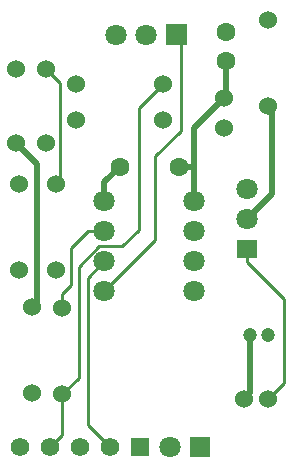
<source format=gtl>
G04 Layer: TopLayer*
G04 EasyEDA v6.4.31, 2022-01-29 23:58:21*
G04 f8a1f9972e504da7969cdc8d593e69ee,00a5ad12733442db97615573759eb5db,10*
G04 Gerber Generator version 0.2*
G04 Scale: 100 percent, Rotated: No, Reflected: No *
G04 Dimensions in millimeters *
G04 leading zeros omitted , absolute positions ,4 integer and 5 decimal *
%FSLAX45Y45*%
%MOMM*%

%ADD10C,0.2540*%
%ADD11C,0.5000*%
%ADD12C,1.6000*%
%ADD13C,1.8000*%
%ADD14R,1.8000X1.5748*%
%ADD15C,1.5240*%
%ADD16C,1.5748*%
%ADD17R,1.5748X1.5748*%
%ADD18R,1.8000X1.8000*%
%ADD19C,1.2000*%

%LPD*%
D10*
X558800Y676402D02*
G01*
X698500Y816102D01*
X698500Y1758187D01*
X870712Y1930400D01*
X1066800Y1930400D01*
X1205992Y2069592D01*
X1205992Y3101594D01*
X1406397Y3302000D01*
X914400Y2057400D02*
G01*
X774700Y2057400D01*
X635000Y1917700D01*
X635000Y1600200D01*
X558800Y1524000D01*
X558800Y1406397D01*
X965200Y228600D02*
G01*
X774700Y419100D01*
X774700Y1663700D01*
X914400Y1803400D01*
D11*
X304800Y1419097D02*
G01*
X342900Y1457197D01*
X342900Y2628900D01*
X165100Y2806700D01*
X2298700Y3114802D02*
G01*
X2336800Y3114802D01*
X2336800Y2374900D01*
X2120900Y2159000D01*
D10*
X1524000Y3721100D02*
G01*
X1562100Y3721100D01*
X1562100Y2908300D01*
X1346200Y2692400D01*
X1346200Y1981200D01*
X914400Y1549400D01*
X2297175Y635000D02*
G01*
X2438400Y776223D01*
X2438400Y1480565D01*
X2120900Y1798065D01*
X508000Y2460497D02*
G01*
X533933Y2486431D01*
X533933Y3314166D01*
X419100Y3429000D01*
X457200Y228600D02*
G01*
X558800Y330200D01*
X558800Y676376D01*
D11*
X2097024Y635000D02*
G01*
X2147493Y685469D01*
X2147493Y1181100D01*
X1930400Y3187700D02*
G01*
X1943100Y3200400D01*
X1943100Y3494506D01*
X1545412Y2603500D02*
G01*
X1676400Y2603500D01*
X1676400Y2311400D02*
G01*
X1676400Y2603500D01*
X1676400Y2603500D02*
G01*
X1676400Y2933700D01*
X1930400Y3187700D01*
D10*
X2120900Y1905000D02*
G01*
X2120900Y1798142D01*
D11*
X1045413Y2603500D02*
G01*
X914400Y2472486D01*
X914400Y2311400D01*
D12*
G01*
X1943100Y3744493D03*
G01*
X1943100Y3494506D03*
D13*
G01*
X2120900Y2413000D03*
G01*
X2120900Y2159000D03*
D14*
G01*
X2120900Y1905000D03*
D15*
G01*
X304800Y1419097D03*
G01*
X304800Y689076D03*
D16*
G01*
X203200Y228600D03*
G01*
X457200Y228600D03*
G01*
X711200Y228600D03*
G01*
X965200Y228600D03*
D17*
G01*
X1219200Y228600D03*
D15*
G01*
X558800Y1406397D03*
G01*
X558800Y676376D03*
D13*
G01*
X914400Y2311400D03*
G01*
X914400Y2057400D03*
G01*
X1676400Y2057400D03*
G01*
X1676400Y2311400D03*
G01*
X914400Y1803400D03*
G01*
X914400Y1549400D03*
G01*
X1676400Y1803400D03*
G01*
X1676400Y1549400D03*
G36*
X1434000Y3811099D02*
G01*
X1613999Y3811099D01*
X1613999Y3631100D01*
X1434000Y3631100D01*
G37*
G01*
X1270000Y3721100D03*
G01*
X1016000Y3721100D03*
D19*
G01*
X2147493Y1181100D03*
G01*
X2297506Y1181100D03*
D12*
G01*
X1045413Y2603500D03*
G01*
X1545412Y2603500D03*
D15*
G01*
X1930400Y2933700D03*
G01*
X1930400Y3187700D03*
G01*
X165100Y2806700D03*
G01*
X419100Y2806700D03*
G01*
X165100Y3429000D03*
G01*
X419100Y3429000D03*
G01*
X1406397Y2997200D03*
G01*
X676376Y2997200D03*
G01*
X2298700Y3114776D03*
G01*
X2298700Y3844797D03*
G01*
X190500Y1730476D03*
G01*
X190500Y2460497D03*
G01*
X508000Y1730476D03*
G01*
X508000Y2460497D03*
G01*
X1406423Y3302000D03*
G01*
X676402Y3302000D03*
G01*
X2297175Y635000D03*
G01*
X2097024Y635000D03*
D13*
G01*
X1473200Y228600D03*
D18*
G01*
X1727200Y228600D03*
M02*

</source>
